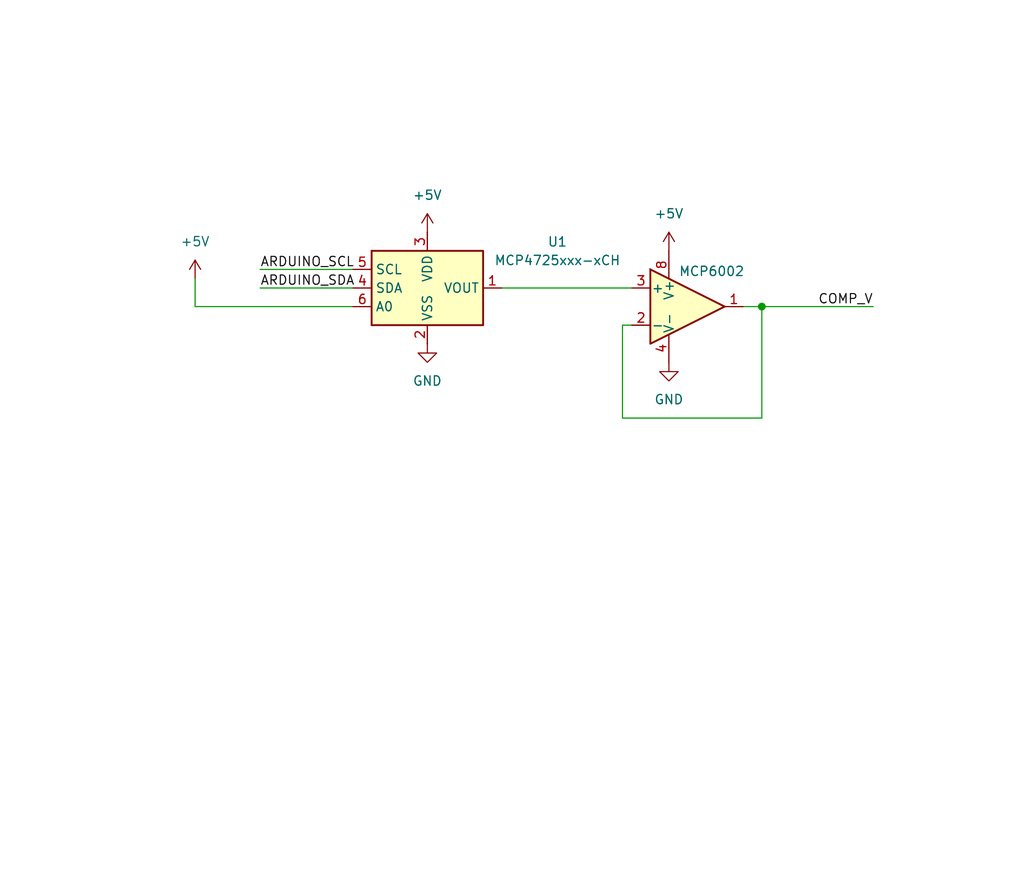
<source format=kicad_sch>
(kicad_sch (version 20231120) (generator "eeschema") (generator_version "8.0")
  (paper "User" 140 120)
  (title_block (title "Comparator Voltage") (date "2025-04-02") (company "Nicholas Trigger, James Mu"))
  (lib_symbols
    (symbol "Amplifier_Operational:MCP6002-xMC" (pin_names (offset 0.127))
      (property "Reference" "U" (at 0 5.08 0))
      (property "Value" "MCP6002-xMC" (at 0 -5.08 0))
      (symbol "MCP6002-xMC_1_1"
        (polyline (pts (xy -5.08 5.08) (xy 5.08 0) (xy -5.08 -5.08) (xy -5.08 5.08)) (stroke (width 0.254)) (fill (type background)))
        (pin output line (at 7.62 0 180) (length 2.54) (name "~") (number "1"))
        (pin input line (at -7.62 -2.54 0) (length 2.54) (name "-") (number "2"))
        (pin input line (at -7.62 2.54 0) (length 2.54) (name "+") (number "3"))
      )
      (symbol "MCP6002-xMC_2_1"
        (polyline (pts (xy -5.08 5.08) (xy 5.08 0) (xy -5.08 -5.08) (xy -5.08 5.08)) (stroke (width 0.254)) (fill (type background)))
        (pin input line (at -7.62 2.54 0) (length 2.54) (name "+") (number "5"))
        (pin input line (at -7.62 -2.54 0) (length 2.54) (name "-") (number "6"))
        (pin output line (at 7.62 0 180) (length 2.54) (name "~") (number "7"))
      )
      (symbol "MCP6002-xMC_3_1"
        (pin power_in line (at -2.54 -7.62 90) (length 3.81) (name "V-") (number "4"))
        (pin power_in line (at -2.54 7.62 270) (length 3.81) (name "V+") (number "8"))
        (pin passive line (at -2.54 -7.62 90) (length 3.81) hide (name "V-") (number "9"))
      )
    )
    (symbol "Analog_DAC:MCP4725xxx-xCH"
      (property "Reference" "U" (at -6.35 6.35 0))
      (property "Value" "MCP4725xxx-xCH" (at 8.89 6.35 0))
      (symbol "MCP4725xxx-xCH_0_1"
        (rectangle (start -7.62 5.08) (end 7.62 -5.08) (stroke (width 0.254)) (fill (type background)))
      )
      (symbol "MCP4725xxx-xCH_1_1"
        (pin output line (at 10.16 0 180) (length 2.54) (name "VOUT") (number "1"))
        (pin power_in line (at 0 -7.62 90) (length 2.54) (name "VSS") (number "2"))
        (pin power_in line (at 0 7.62 270) (length 2.54) (name "VDD") (number "3"))
        (pin bidirectional line (at -10.16 0 0) (length 2.54) (name "SDA") (number "4"))
        (pin input line (at -10.16 2.54 0) (length 2.54) (name "SCL") (number "5"))
        (pin input line (at -10.16 -2.54 0) (length 2.54) (name "A0") (number "6"))
      )
    )
    (symbol "power:+5V" (power) (pin_numbers hide) (pin_names (offset 0) hide)
      (property "Value" "+5V" (at 0 3.556 0))
      (symbol "+5V_0_1"
        (polyline (pts (xy -0.762 1.27) (xy 0 2.54)))
        (polyline (pts (xy 0 0) (xy 0 2.54)))
        (polyline (pts (xy 0 2.54) (xy 0.762 1.27)))
      )
      (symbol "+5V_1_1"
        (pin power_in line (at 0 0 90) (length 0) (name "~") (number "1"))
      )
    )
    (symbol "power:GND" (power) (pin_numbers hide) (pin_names (offset 0) hide)
      (property "Value" "GND" (at 0 -3.81 0))
      (symbol "GND_0_1"
        (polyline (pts (xy 0 0) (xy 0 -1.27) (xy 1.27 -1.27) (xy 0 -2.54) (xy -1.27 -1.27) (xy 0 -1.27)))
      )
      (symbol "GND_1_1"
        (pin power_in line (at 0 0 270) (length 0) (name "~") (number "1"))
      )
    )
  )
  (junction (at 104.14 41.91))
  (wire (pts (xy 86.36 44.45) (xy 85.09 44.45)))
  (wire (pts (xy 104.14 41.91) (xy 119.38 41.91)))
  (wire (pts (xy 35.56 36.83) (xy 48.26 36.83)))
  (wire (pts (xy 85.09 44.45) (xy 85.09 57.15)))
  (wire (pts (xy 26.67 41.91) (xy 48.26 41.91)))
  (wire (pts (xy 35.56 39.37) (xy 48.26 39.37)))
  (wire (pts (xy 26.67 38.1) (xy 26.67 41.91)))
  (wire (pts (xy 104.14 57.15) (xy 104.14 41.91)))
  (wire (pts (xy 85.09 57.15) (xy 104.14 57.15)))
  (wire (pts (xy 68.58 39.37) (xy 86.36 39.37)))
  (wire (pts (xy 104.14 41.91) (xy 101.6 41.91)))
  (label "ARDUINO_SDA" (at 35.56 39.37 0))
  (label "COMP_V" (at 119.38 41.91 180))
  (label "ARDUINO_SCL" (at 35.56 36.83 0))
  (symbol (lib_id "Analog_DAC:MCP4725xxx-xCH") (at 58.42 39.37 0) (unit 1)
    (property "Reference" "U1" (at 76.2 33.0514 0))
    (property "Value" "MCP4725xxx-xCH" (at 76.2 35.5914 0))
    (property "Footprint" "Package_TO_SOT_SMD:SOT-23-6" (effects (hide yes)))
    (property "Datasheet" "http://ww1.microchip.com/downloads/en/DeviceDoc/22039d.pdf" (effects (hide yes)))
    (property "Description" "12-bit Digital-to-Analog Converter, integrated EEPROM, I2C interface, SOT-23-6" (effects (hide yes)))
  )
  (symbol (lib_id "power:GND") (at 91.44 49.53 0) (unit 1)
    (property "Reference" "#PWR04" (effects (hide yes)))
    (property "Value" "GND" (at 91.44 54.61 0))
    (property "Description" "Power symbol creates a global label with name \"GND\" , ground" (effects (hide yes)))
  )
  (symbol (lib_id "Amplifier_Operational:MCP6002-xMC") (at 93.98 41.91 0) (unit 1)
    (property "Reference" "U2" (effects (hide yes)))
    (property "Value" "MCP6002" (at 97.282 37.084 0))
    (property "Footprint" "Package_DFN_QFN:DFN-8-1EP_3x2mm_P0.5mm_EP1.75x1.45mm" (effects (hide yes)))
    (property "Datasheet" "http://ww1.microchip.com/downloads/en/DeviceDoc/21733j.pdf" (effects (hide yes)))
    (property "Description" "1MHz, Low-Power Op Amp, DFN-8" (effects (hide yes)))
  )
  (symbol (lib_id "power:+5V") (at 58.42 31.75 0) (unit 1)
    (property "Reference" "#PWR02" (effects (hide yes)))
    (property "Value" "+5V" (at 58.42 26.67 0))
    (property "Description" "Power symbol creates a global label with name \"+5V\"" (effects (hide yes)))
  )
  (symbol (lib_id "power:+5V") (at 26.67 38.1 0) (unit 1)
    (property "Reference" "#PWR03" (effects (hide yes)))
    (property "Value" "+5V" (at 26.67 33.02 0))
    (property "Description" "Power symbol creates a global label with name \"+5V\"" (effects (hide yes)))
  )
  (symbol (lib_id "power:+5V") (at 91.44 34.29 0) (unit 1)
    (property "Reference" "#PWR05" (effects (hide yes)))
    (property "Value" "+5V" (at 91.44 29.21 0))
    (property "Description" "Power symbol creates a global label with name \"+5V\"" (effects (hide yes)))
  )
  (symbol (lib_id "power:GND") (at 58.42 46.99 0) (unit 1)
    (property "Reference" "#PWR01" (effects (hide yes)))
    (property "Value" "GND" (at 58.42 52.07 0))
    (property "Description" "Power symbol creates a global label with name \"GND\" , ground" (effects (hide yes)))
  )
  (symbol (lib_id "Amplifier_Operational:MCP6002-xMC") (at 93.98 41.91 0) (unit 3)
    (property "Reference" "U2" (effects (hide yes)))
    (property "Value" "MCP6002" (effects (hide yes)))
    (property "Footprint" "Package_DFN_QFN:DFN-8-1EP_3x2mm_P0.5mm_EP1.75x1.45mm" (effects (hide yes)))
    (property "Datasheet" "http://ww1.microchip.com/downloads/en/DeviceDoc/21733j.pdf" (effects (hide yes)))
    (property "Description" "1MHz, Low-Power Op Amp, DFN-8" (effects (hide yes)))
  )
)
</source>
